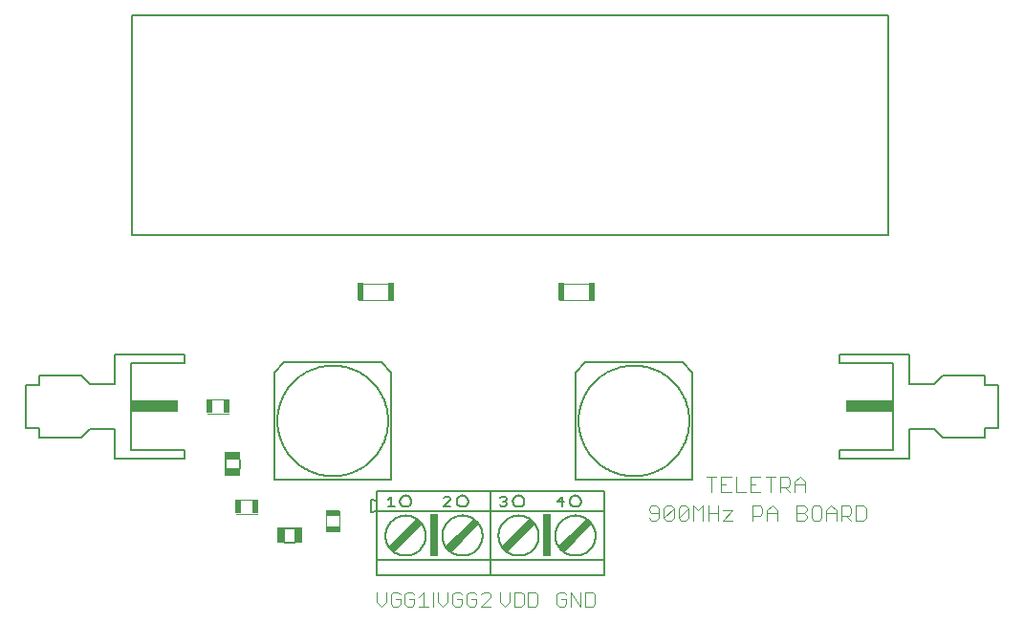
<source format=gto>
G75*
%MOIN*%
%OFA0B0*%
%FSLAX25Y25*%
%IPPOS*%
%LPD*%
%AMOC8*
5,1,8,0,0,1.08239X$1,22.5*
%
%ADD10C,0.00400*%
%ADD11R,0.01969X0.05118*%
%ADD12R,0.05118X0.01969*%
%ADD13R,0.01969X0.06299*%
%ADD14C,0.00800*%
%ADD15C,0.00600*%
%ADD16R,0.02559X0.05512*%
%ADD17R,0.05512X0.02559*%
%ADD18C,0.00500*%
%ADD19R,0.16043X0.03937*%
%ADD20C,0.02400*%
%ADD21R,0.03000X0.15000*%
D10*
X0074865Y0044438D02*
X0082148Y0044438D01*
X0082148Y0049162D02*
X0074865Y0049162D01*
X0106144Y0045442D02*
X0106144Y0038158D01*
X0110869Y0038158D02*
X0110869Y0045442D01*
X0123706Y0017004D02*
X0123706Y0013668D01*
X0125374Y0012000D01*
X0127042Y0013668D01*
X0127042Y0017004D01*
X0128679Y0016170D02*
X0128679Y0012834D01*
X0129513Y0012000D01*
X0131181Y0012000D01*
X0132015Y0012834D01*
X0132015Y0014502D01*
X0130347Y0014502D01*
X0132015Y0016170D02*
X0131181Y0017004D01*
X0129513Y0017004D01*
X0128679Y0016170D01*
X0133651Y0016170D02*
X0133651Y0012834D01*
X0134485Y0012000D01*
X0136153Y0012000D01*
X0136987Y0012834D01*
X0136987Y0014502D01*
X0135319Y0014502D01*
X0136987Y0016170D02*
X0136153Y0017004D01*
X0134485Y0017004D01*
X0133651Y0016170D01*
X0138623Y0015336D02*
X0140291Y0017004D01*
X0140291Y0012000D01*
X0138623Y0012000D02*
X0141959Y0012000D01*
X0143595Y0012000D02*
X0143595Y0017004D01*
X0145253Y0017004D02*
X0145253Y0013668D01*
X0146921Y0012000D01*
X0148589Y0013668D01*
X0148589Y0017004D01*
X0150225Y0016170D02*
X0150225Y0012834D01*
X0151059Y0012000D01*
X0152727Y0012000D01*
X0153561Y0012834D01*
X0153561Y0014502D01*
X0151893Y0014502D01*
X0150225Y0016170D02*
X0151059Y0017004D01*
X0152727Y0017004D01*
X0153561Y0016170D01*
X0155197Y0016170D02*
X0155197Y0012834D01*
X0156031Y0012000D01*
X0157699Y0012000D01*
X0158533Y0012834D01*
X0158533Y0014502D01*
X0156865Y0014502D01*
X0155197Y0016170D02*
X0156031Y0017004D01*
X0157699Y0017004D01*
X0158533Y0016170D01*
X0160169Y0016170D02*
X0161003Y0017004D01*
X0162672Y0017004D01*
X0163506Y0016170D01*
X0163506Y0015336D01*
X0160169Y0012000D01*
X0163506Y0012000D01*
X0166706Y0013668D02*
X0168374Y0012000D01*
X0170042Y0013668D01*
X0170042Y0017004D01*
X0171679Y0017004D02*
X0174181Y0017004D01*
X0175015Y0016170D01*
X0175015Y0012834D01*
X0174181Y0012000D01*
X0171679Y0012000D01*
X0171679Y0017004D01*
X0176651Y0017004D02*
X0179153Y0017004D01*
X0179987Y0016170D01*
X0179987Y0012834D01*
X0179153Y0012000D01*
X0176651Y0012000D01*
X0176651Y0017004D01*
X0166706Y0017004D02*
X0166706Y0013668D01*
X0186595Y0012834D02*
X0187429Y0012000D01*
X0189097Y0012000D01*
X0189931Y0012834D01*
X0189931Y0014502D01*
X0188263Y0014502D01*
X0186595Y0016170D02*
X0186595Y0012834D01*
X0186595Y0016170D02*
X0187429Y0017004D01*
X0189097Y0017004D01*
X0189931Y0016170D01*
X0191568Y0017004D02*
X0194904Y0012000D01*
X0194904Y0017004D01*
X0196540Y0017004D02*
X0199042Y0017004D01*
X0199876Y0016170D01*
X0199876Y0012834D01*
X0199042Y0012000D01*
X0196540Y0012000D01*
X0196540Y0017004D01*
X0191568Y0017004D02*
X0191568Y0012000D01*
X0219574Y0042000D02*
X0218706Y0042867D01*
X0219574Y0042000D02*
X0221309Y0042000D01*
X0222176Y0042867D01*
X0222176Y0046337D01*
X0221309Y0047204D01*
X0219574Y0047204D01*
X0218706Y0046337D01*
X0218706Y0045470D01*
X0219574Y0044602D01*
X0222176Y0044602D01*
X0223863Y0042867D02*
X0227332Y0046337D01*
X0227332Y0042867D01*
X0226465Y0042000D01*
X0224730Y0042000D01*
X0223863Y0042867D01*
X0223863Y0046337D01*
X0224730Y0047204D01*
X0226465Y0047204D01*
X0227332Y0046337D01*
X0229019Y0046337D02*
X0229886Y0047204D01*
X0231621Y0047204D01*
X0232489Y0046337D01*
X0229019Y0042867D01*
X0229886Y0042000D01*
X0231621Y0042000D01*
X0232489Y0042867D01*
X0232489Y0046337D01*
X0234175Y0047204D02*
X0235910Y0045470D01*
X0237645Y0047204D01*
X0237645Y0042000D01*
X0239332Y0042000D02*
X0239332Y0047204D01*
X0239332Y0044602D02*
X0242802Y0044602D01*
X0244488Y0045470D02*
X0247958Y0045470D01*
X0244488Y0042000D01*
X0247958Y0042000D01*
X0242802Y0042000D02*
X0242802Y0047204D01*
X0243863Y0052000D02*
X0247332Y0052000D01*
X0249019Y0052000D02*
X0252489Y0052000D01*
X0254175Y0052000D02*
X0257645Y0052000D01*
X0255910Y0054602D02*
X0254175Y0054602D01*
X0254175Y0057204D02*
X0254175Y0052000D01*
X0254801Y0047204D02*
X0257403Y0047204D01*
X0258271Y0046337D01*
X0258271Y0044602D01*
X0257403Y0043735D01*
X0254801Y0043735D01*
X0254801Y0042000D02*
X0254801Y0047204D01*
X0259957Y0045470D02*
X0259957Y0042000D01*
X0259957Y0044602D02*
X0263427Y0044602D01*
X0263427Y0045470D02*
X0263427Y0042000D01*
X0263427Y0045470D02*
X0261692Y0047204D01*
X0259957Y0045470D01*
X0261067Y0052000D02*
X0261067Y0057204D01*
X0259332Y0057204D02*
X0262802Y0057204D01*
X0264488Y0057204D02*
X0267091Y0057204D01*
X0267958Y0056337D01*
X0267958Y0054602D01*
X0267091Y0053735D01*
X0264488Y0053735D01*
X0264488Y0052000D02*
X0264488Y0057204D01*
X0269645Y0055470D02*
X0271379Y0057204D01*
X0273114Y0055470D01*
X0273114Y0052000D01*
X0273114Y0054602D02*
X0269645Y0054602D01*
X0269645Y0055470D02*
X0269645Y0052000D01*
X0267958Y0052000D02*
X0266223Y0053735D01*
X0257645Y0057204D02*
X0254175Y0057204D01*
X0249019Y0057204D02*
X0249019Y0052000D01*
X0245598Y0054602D02*
X0243863Y0054602D01*
X0243863Y0057204D02*
X0243863Y0052000D01*
X0240441Y0052000D02*
X0240441Y0057204D01*
X0238706Y0057204D02*
X0242176Y0057204D01*
X0243863Y0057204D02*
X0247332Y0057204D01*
X0234175Y0047204D02*
X0234175Y0042000D01*
X0229019Y0042867D02*
X0229019Y0046337D01*
X0270270Y0047204D02*
X0270270Y0042000D01*
X0272872Y0042000D01*
X0273740Y0042867D01*
X0273740Y0043735D01*
X0272872Y0044602D01*
X0270270Y0044602D01*
X0270270Y0047204D02*
X0272872Y0047204D01*
X0273740Y0046337D01*
X0273740Y0045470D01*
X0272872Y0044602D01*
X0275427Y0042867D02*
X0276294Y0042000D01*
X0278029Y0042000D01*
X0278896Y0042867D01*
X0278896Y0046337D01*
X0278029Y0047204D01*
X0276294Y0047204D01*
X0275427Y0046337D01*
X0275427Y0042867D01*
X0280583Y0042000D02*
X0280583Y0045470D01*
X0282318Y0047204D01*
X0284053Y0045470D01*
X0284053Y0042000D01*
X0285739Y0042000D02*
X0285739Y0047204D01*
X0288342Y0047204D01*
X0289209Y0046337D01*
X0289209Y0044602D01*
X0288342Y0043735D01*
X0285739Y0043735D01*
X0287474Y0043735D02*
X0289209Y0042000D01*
X0290896Y0042000D02*
X0293498Y0042000D01*
X0294365Y0042867D01*
X0294365Y0046337D01*
X0293498Y0047204D01*
X0290896Y0047204D01*
X0290896Y0042000D01*
X0284053Y0044602D02*
X0280583Y0044602D01*
X0199510Y0118847D02*
X0187502Y0118847D01*
X0187502Y0124753D02*
X0199510Y0124753D01*
X0129510Y0124753D02*
X0117502Y0124753D01*
X0117502Y0118847D02*
X0129510Y0118847D01*
X0072148Y0084162D02*
X0064865Y0084162D01*
X0064865Y0079438D02*
X0072148Y0079438D01*
D11*
X0071459Y0081800D03*
X0065554Y0081800D03*
X0075554Y0046800D03*
X0081459Y0046800D03*
D12*
X0108506Y0044753D03*
X0108506Y0038847D03*
D13*
X0118191Y0121800D03*
X0128821Y0121800D03*
X0188191Y0121800D03*
X0198821Y0121800D03*
D14*
X0196577Y0097272D02*
X0193034Y0093729D01*
X0193034Y0056328D01*
X0207601Y0056328D01*
X0219412Y0056328D01*
X0233979Y0056328D01*
X0233979Y0093729D01*
X0230435Y0097272D01*
X0219412Y0097272D01*
X0207601Y0097272D01*
X0196577Y0097272D01*
X0219608Y0095107D02*
X0220055Y0094952D01*
X0220497Y0094786D01*
X0220936Y0094609D01*
X0221370Y0094422D01*
X0221799Y0094224D01*
X0222223Y0094016D01*
X0222642Y0093797D01*
X0223055Y0093569D01*
X0223463Y0093330D01*
X0223865Y0093081D01*
X0224261Y0092822D01*
X0224650Y0092554D01*
X0225032Y0092276D01*
X0225408Y0091990D01*
X0225776Y0091694D01*
X0226137Y0091389D01*
X0226491Y0091075D01*
X0226836Y0090753D01*
X0227174Y0090422D01*
X0227503Y0090083D01*
X0227825Y0089736D01*
X0228137Y0089382D01*
X0228441Y0089020D01*
X0228736Y0088651D01*
X0229021Y0088274D01*
X0229298Y0087891D01*
X0229564Y0087501D01*
X0229822Y0087104D01*
X0230069Y0086701D01*
X0230307Y0086293D01*
X0230534Y0085879D01*
X0230751Y0085459D01*
X0230958Y0085034D01*
X0231154Y0084604D01*
X0231340Y0084170D01*
X0231515Y0083731D01*
X0231680Y0083288D01*
X0231833Y0082841D01*
X0231976Y0082390D01*
X0232107Y0081936D01*
X0232227Y0081479D01*
X0232336Y0081019D01*
X0232434Y0080557D01*
X0232520Y0080092D01*
X0232595Y0079625D01*
X0232658Y0079157D01*
X0232710Y0078687D01*
X0232751Y0078217D01*
X0232780Y0077745D01*
X0232797Y0077273D01*
X0232803Y0076800D01*
X0232797Y0076327D01*
X0232780Y0075855D01*
X0232751Y0075383D01*
X0232710Y0074913D01*
X0232658Y0074443D01*
X0232595Y0073975D01*
X0232520Y0073508D01*
X0232434Y0073043D01*
X0232336Y0072581D01*
X0232227Y0072121D01*
X0232107Y0071664D01*
X0231976Y0071210D01*
X0231833Y0070759D01*
X0231680Y0070312D01*
X0231515Y0069869D01*
X0231340Y0069430D01*
X0231154Y0068996D01*
X0230958Y0068566D01*
X0230751Y0068141D01*
X0230534Y0067721D01*
X0230307Y0067307D01*
X0230069Y0066899D01*
X0229822Y0066496D01*
X0229564Y0066099D01*
X0229298Y0065709D01*
X0229021Y0065326D01*
X0228736Y0064949D01*
X0228441Y0064580D01*
X0228137Y0064218D01*
X0227825Y0063864D01*
X0227503Y0063517D01*
X0227174Y0063178D01*
X0226836Y0062847D01*
X0226491Y0062525D01*
X0226137Y0062211D01*
X0225776Y0061906D01*
X0225408Y0061610D01*
X0225032Y0061324D01*
X0224650Y0061046D01*
X0224261Y0060778D01*
X0223865Y0060519D01*
X0223463Y0060270D01*
X0223055Y0060031D01*
X0222642Y0059803D01*
X0222223Y0059584D01*
X0221799Y0059376D01*
X0221370Y0059178D01*
X0220936Y0058991D01*
X0220497Y0058814D01*
X0220055Y0058648D01*
X0219608Y0058493D01*
X0219170Y0058353D01*
X0218729Y0058223D01*
X0218285Y0058104D01*
X0217838Y0057996D01*
X0217389Y0057898D01*
X0216937Y0057810D01*
X0216483Y0057734D01*
X0216028Y0057669D01*
X0215572Y0057614D01*
X0215114Y0057570D01*
X0214655Y0057537D01*
X0214196Y0057515D01*
X0213736Y0057504D01*
X0213276Y0057504D01*
X0212816Y0057515D01*
X0212357Y0057537D01*
X0211898Y0057570D01*
X0211440Y0057614D01*
X0210984Y0057669D01*
X0210529Y0057734D01*
X0210075Y0057810D01*
X0209623Y0057898D01*
X0209174Y0057996D01*
X0208727Y0058104D01*
X0208283Y0058223D01*
X0207842Y0058353D01*
X0207404Y0058493D01*
X0206957Y0058648D01*
X0206515Y0058814D01*
X0206076Y0058991D01*
X0205642Y0059178D01*
X0205213Y0059376D01*
X0204789Y0059584D01*
X0204370Y0059803D01*
X0203957Y0060031D01*
X0203549Y0060270D01*
X0203147Y0060519D01*
X0202751Y0060778D01*
X0202362Y0061046D01*
X0201980Y0061324D01*
X0201604Y0061610D01*
X0201236Y0061906D01*
X0200875Y0062211D01*
X0200521Y0062525D01*
X0200176Y0062847D01*
X0199838Y0063178D01*
X0199509Y0063517D01*
X0199187Y0063864D01*
X0198875Y0064218D01*
X0198571Y0064580D01*
X0198276Y0064949D01*
X0197991Y0065326D01*
X0197714Y0065709D01*
X0197448Y0066099D01*
X0197190Y0066496D01*
X0196943Y0066899D01*
X0196705Y0067307D01*
X0196478Y0067721D01*
X0196261Y0068141D01*
X0196054Y0068566D01*
X0195858Y0068996D01*
X0195672Y0069430D01*
X0195497Y0069869D01*
X0195332Y0070312D01*
X0195179Y0070759D01*
X0195036Y0071210D01*
X0194905Y0071664D01*
X0194785Y0072121D01*
X0194676Y0072581D01*
X0194578Y0073043D01*
X0194492Y0073508D01*
X0194417Y0073975D01*
X0194354Y0074443D01*
X0194302Y0074913D01*
X0194261Y0075383D01*
X0194232Y0075855D01*
X0194215Y0076327D01*
X0194209Y0076800D01*
X0194215Y0077273D01*
X0194232Y0077745D01*
X0194261Y0078217D01*
X0194302Y0078687D01*
X0194354Y0079157D01*
X0194417Y0079625D01*
X0194492Y0080092D01*
X0194578Y0080557D01*
X0194676Y0081019D01*
X0194785Y0081479D01*
X0194905Y0081936D01*
X0195036Y0082390D01*
X0195179Y0082841D01*
X0195332Y0083288D01*
X0195497Y0083731D01*
X0195672Y0084170D01*
X0195858Y0084604D01*
X0196054Y0085034D01*
X0196261Y0085459D01*
X0196478Y0085879D01*
X0196705Y0086293D01*
X0196943Y0086701D01*
X0197190Y0087104D01*
X0197448Y0087501D01*
X0197714Y0087891D01*
X0197991Y0088274D01*
X0198276Y0088651D01*
X0198571Y0089020D01*
X0198875Y0089382D01*
X0199187Y0089736D01*
X0199509Y0090083D01*
X0199838Y0090422D01*
X0200176Y0090753D01*
X0200521Y0091075D01*
X0200875Y0091389D01*
X0201236Y0091694D01*
X0201604Y0091990D01*
X0201980Y0092276D01*
X0202362Y0092554D01*
X0202751Y0092822D01*
X0203147Y0093081D01*
X0203549Y0093330D01*
X0203957Y0093569D01*
X0204370Y0093797D01*
X0204789Y0094016D01*
X0205213Y0094224D01*
X0205642Y0094422D01*
X0206076Y0094609D01*
X0206515Y0094786D01*
X0206957Y0094952D01*
X0207404Y0095107D01*
X0207842Y0095247D01*
X0208283Y0095377D01*
X0208727Y0095496D01*
X0209174Y0095604D01*
X0209623Y0095702D01*
X0210075Y0095790D01*
X0210529Y0095866D01*
X0210984Y0095931D01*
X0211440Y0095986D01*
X0211898Y0096030D01*
X0212357Y0096063D01*
X0212816Y0096085D01*
X0213276Y0096096D01*
X0213736Y0096096D01*
X0214196Y0096085D01*
X0214655Y0096063D01*
X0215114Y0096030D01*
X0215572Y0095986D01*
X0216028Y0095931D01*
X0216483Y0095866D01*
X0216937Y0095790D01*
X0217389Y0095702D01*
X0217838Y0095604D01*
X0218285Y0095496D01*
X0218729Y0095377D01*
X0219170Y0095247D01*
X0219608Y0095107D01*
X0285199Y0096957D02*
X0303900Y0096957D01*
X0303900Y0066643D01*
X0285199Y0066643D01*
X0285199Y0063493D01*
X0309609Y0063493D01*
X0303900Y0063493D01*
X0309609Y0063493D02*
X0309609Y0073926D01*
X0318073Y0073926D01*
X0321026Y0070973D01*
X0335987Y0070973D01*
X0335987Y0074320D01*
X0340613Y0074320D01*
X0340613Y0089280D01*
X0335987Y0089280D01*
X0335987Y0092627D01*
X0321026Y0092627D01*
X0318073Y0089674D01*
X0309609Y0089674D01*
X0309609Y0100107D01*
X0303900Y0100107D01*
X0309609Y0100107D02*
X0285199Y0100107D01*
X0285199Y0096957D01*
X0128979Y0093729D02*
X0128979Y0056328D01*
X0114412Y0056328D01*
X0102601Y0056328D01*
X0088034Y0056328D01*
X0088034Y0093729D01*
X0091577Y0097272D01*
X0102601Y0097272D01*
X0114412Y0097272D01*
X0125435Y0097272D01*
X0128979Y0093729D01*
X0102404Y0095107D02*
X0101957Y0094952D01*
X0101515Y0094786D01*
X0101076Y0094609D01*
X0100642Y0094422D01*
X0100213Y0094224D01*
X0099789Y0094016D01*
X0099370Y0093797D01*
X0098957Y0093569D01*
X0098549Y0093330D01*
X0098147Y0093081D01*
X0097751Y0092822D01*
X0097362Y0092554D01*
X0096980Y0092276D01*
X0096604Y0091990D01*
X0096236Y0091694D01*
X0095875Y0091389D01*
X0095521Y0091075D01*
X0095176Y0090753D01*
X0094838Y0090422D01*
X0094509Y0090083D01*
X0094187Y0089736D01*
X0093875Y0089382D01*
X0093571Y0089020D01*
X0093276Y0088651D01*
X0092991Y0088274D01*
X0092714Y0087891D01*
X0092448Y0087501D01*
X0092190Y0087104D01*
X0091943Y0086701D01*
X0091705Y0086293D01*
X0091478Y0085879D01*
X0091261Y0085459D01*
X0091054Y0085034D01*
X0090858Y0084604D01*
X0090672Y0084170D01*
X0090497Y0083731D01*
X0090332Y0083288D01*
X0090179Y0082841D01*
X0090036Y0082390D01*
X0089905Y0081936D01*
X0089785Y0081479D01*
X0089676Y0081019D01*
X0089578Y0080557D01*
X0089492Y0080092D01*
X0089417Y0079625D01*
X0089354Y0079157D01*
X0089302Y0078687D01*
X0089261Y0078217D01*
X0089232Y0077745D01*
X0089215Y0077273D01*
X0089209Y0076800D01*
X0089215Y0076327D01*
X0089232Y0075855D01*
X0089261Y0075383D01*
X0089302Y0074913D01*
X0089354Y0074443D01*
X0089417Y0073975D01*
X0089492Y0073508D01*
X0089578Y0073043D01*
X0089676Y0072581D01*
X0089785Y0072121D01*
X0089905Y0071664D01*
X0090036Y0071210D01*
X0090179Y0070759D01*
X0090332Y0070312D01*
X0090497Y0069869D01*
X0090672Y0069430D01*
X0090858Y0068996D01*
X0091054Y0068566D01*
X0091261Y0068141D01*
X0091478Y0067721D01*
X0091705Y0067307D01*
X0091943Y0066899D01*
X0092190Y0066496D01*
X0092448Y0066099D01*
X0092714Y0065709D01*
X0092991Y0065326D01*
X0093276Y0064949D01*
X0093571Y0064580D01*
X0093875Y0064218D01*
X0094187Y0063864D01*
X0094509Y0063517D01*
X0094838Y0063178D01*
X0095176Y0062847D01*
X0095521Y0062525D01*
X0095875Y0062211D01*
X0096236Y0061906D01*
X0096604Y0061610D01*
X0096980Y0061324D01*
X0097362Y0061046D01*
X0097751Y0060778D01*
X0098147Y0060519D01*
X0098549Y0060270D01*
X0098957Y0060031D01*
X0099370Y0059803D01*
X0099789Y0059584D01*
X0100213Y0059376D01*
X0100642Y0059178D01*
X0101076Y0058991D01*
X0101515Y0058814D01*
X0101957Y0058648D01*
X0102404Y0058493D01*
X0102842Y0058353D01*
X0103283Y0058223D01*
X0103727Y0058104D01*
X0104174Y0057996D01*
X0104623Y0057898D01*
X0105075Y0057810D01*
X0105529Y0057734D01*
X0105984Y0057669D01*
X0106440Y0057614D01*
X0106898Y0057570D01*
X0107357Y0057537D01*
X0107816Y0057515D01*
X0108276Y0057504D01*
X0108736Y0057504D01*
X0109196Y0057515D01*
X0109655Y0057537D01*
X0110114Y0057570D01*
X0110572Y0057614D01*
X0111028Y0057669D01*
X0111483Y0057734D01*
X0111937Y0057810D01*
X0112389Y0057898D01*
X0112838Y0057996D01*
X0113285Y0058104D01*
X0113729Y0058223D01*
X0114170Y0058353D01*
X0114608Y0058493D01*
X0115055Y0058648D01*
X0115497Y0058814D01*
X0115936Y0058991D01*
X0116370Y0059178D01*
X0116799Y0059376D01*
X0117223Y0059584D01*
X0117642Y0059803D01*
X0118055Y0060031D01*
X0118463Y0060270D01*
X0118865Y0060519D01*
X0119261Y0060778D01*
X0119650Y0061046D01*
X0120032Y0061324D01*
X0120408Y0061610D01*
X0120776Y0061906D01*
X0121137Y0062211D01*
X0121491Y0062525D01*
X0121836Y0062847D01*
X0122174Y0063178D01*
X0122503Y0063517D01*
X0122825Y0063864D01*
X0123137Y0064218D01*
X0123441Y0064580D01*
X0123736Y0064949D01*
X0124021Y0065326D01*
X0124298Y0065709D01*
X0124564Y0066099D01*
X0124822Y0066496D01*
X0125069Y0066899D01*
X0125307Y0067307D01*
X0125534Y0067721D01*
X0125751Y0068141D01*
X0125958Y0068566D01*
X0126154Y0068996D01*
X0126340Y0069430D01*
X0126515Y0069869D01*
X0126680Y0070312D01*
X0126833Y0070759D01*
X0126976Y0071210D01*
X0127107Y0071664D01*
X0127227Y0072121D01*
X0127336Y0072581D01*
X0127434Y0073043D01*
X0127520Y0073508D01*
X0127595Y0073975D01*
X0127658Y0074443D01*
X0127710Y0074913D01*
X0127751Y0075383D01*
X0127780Y0075855D01*
X0127797Y0076327D01*
X0127803Y0076800D01*
X0127797Y0077273D01*
X0127780Y0077745D01*
X0127751Y0078217D01*
X0127710Y0078687D01*
X0127658Y0079157D01*
X0127595Y0079625D01*
X0127520Y0080092D01*
X0127434Y0080557D01*
X0127336Y0081019D01*
X0127227Y0081479D01*
X0127107Y0081936D01*
X0126976Y0082390D01*
X0126833Y0082841D01*
X0126680Y0083288D01*
X0126515Y0083731D01*
X0126340Y0084170D01*
X0126154Y0084604D01*
X0125958Y0085034D01*
X0125751Y0085459D01*
X0125534Y0085879D01*
X0125307Y0086293D01*
X0125069Y0086701D01*
X0124822Y0087104D01*
X0124564Y0087501D01*
X0124298Y0087891D01*
X0124021Y0088274D01*
X0123736Y0088651D01*
X0123441Y0089020D01*
X0123137Y0089382D01*
X0122825Y0089736D01*
X0122503Y0090083D01*
X0122174Y0090422D01*
X0121836Y0090753D01*
X0121491Y0091075D01*
X0121137Y0091389D01*
X0120776Y0091694D01*
X0120408Y0091990D01*
X0120032Y0092276D01*
X0119650Y0092554D01*
X0119261Y0092822D01*
X0118865Y0093081D01*
X0118463Y0093330D01*
X0118055Y0093569D01*
X0117642Y0093797D01*
X0117223Y0094016D01*
X0116799Y0094224D01*
X0116370Y0094422D01*
X0115936Y0094609D01*
X0115497Y0094786D01*
X0115055Y0094952D01*
X0114608Y0095107D01*
X0114170Y0095247D01*
X0113729Y0095377D01*
X0113285Y0095496D01*
X0112838Y0095604D01*
X0112389Y0095702D01*
X0111937Y0095790D01*
X0111483Y0095866D01*
X0111028Y0095931D01*
X0110572Y0095986D01*
X0110114Y0096030D01*
X0109655Y0096063D01*
X0109196Y0096085D01*
X0108736Y0096096D01*
X0108276Y0096096D01*
X0107816Y0096085D01*
X0107357Y0096063D01*
X0106898Y0096030D01*
X0106440Y0095986D01*
X0105984Y0095931D01*
X0105529Y0095866D01*
X0105075Y0095790D01*
X0104623Y0095702D01*
X0104174Y0095604D01*
X0103727Y0095496D01*
X0103283Y0095377D01*
X0102842Y0095247D01*
X0102404Y0095107D01*
X0056813Y0096957D02*
X0056813Y0100107D01*
X0032404Y0100107D01*
X0038113Y0100107D01*
X0038113Y0096957D02*
X0056813Y0096957D01*
X0038113Y0096957D02*
X0038113Y0066643D01*
X0056813Y0066643D01*
X0056813Y0063493D01*
X0032404Y0063493D01*
X0038113Y0063493D01*
X0032404Y0063493D02*
X0032404Y0073926D01*
X0023939Y0073926D01*
X0020987Y0070973D01*
X0006026Y0070973D01*
X0006026Y0074320D01*
X0001400Y0074320D01*
X0001400Y0089280D01*
X0006026Y0089280D01*
X0006026Y0092627D01*
X0020987Y0092627D01*
X0023939Y0089674D01*
X0032404Y0089674D01*
X0032404Y0100107D01*
D15*
X0071006Y0063414D02*
X0071006Y0060186D01*
X0076006Y0060186D02*
X0076006Y0063414D01*
X0091892Y0039300D02*
X0095120Y0039300D01*
X0095120Y0034300D02*
X0091892Y0034300D01*
X0121806Y0044800D02*
X0123806Y0045300D01*
X0123806Y0028300D01*
X0163506Y0028300D01*
X0163506Y0045300D01*
X0203206Y0045300D01*
X0203206Y0028300D01*
X0203206Y0022800D01*
X0163506Y0022800D01*
X0163506Y0028300D01*
X0203206Y0028300D01*
X0186106Y0036800D02*
X0186108Y0036972D01*
X0186114Y0037143D01*
X0186125Y0037315D01*
X0186140Y0037486D01*
X0186159Y0037657D01*
X0186182Y0037827D01*
X0186209Y0037997D01*
X0186241Y0038166D01*
X0186276Y0038334D01*
X0186316Y0038501D01*
X0186360Y0038667D01*
X0186407Y0038832D01*
X0186459Y0038996D01*
X0186515Y0039158D01*
X0186575Y0039319D01*
X0186639Y0039479D01*
X0186707Y0039637D01*
X0186778Y0039793D01*
X0186853Y0039947D01*
X0186933Y0040100D01*
X0187015Y0040250D01*
X0187102Y0040399D01*
X0187192Y0040545D01*
X0187286Y0040689D01*
X0187383Y0040831D01*
X0187484Y0040970D01*
X0187588Y0041107D01*
X0187695Y0041241D01*
X0187806Y0041372D01*
X0187919Y0041501D01*
X0188036Y0041627D01*
X0188156Y0041750D01*
X0188279Y0041870D01*
X0188405Y0041987D01*
X0188534Y0042100D01*
X0188665Y0042211D01*
X0188799Y0042318D01*
X0188936Y0042422D01*
X0189075Y0042523D01*
X0189217Y0042620D01*
X0189361Y0042714D01*
X0189507Y0042804D01*
X0189656Y0042891D01*
X0189806Y0042973D01*
X0189959Y0043053D01*
X0190113Y0043128D01*
X0190269Y0043199D01*
X0190427Y0043267D01*
X0190587Y0043331D01*
X0190748Y0043391D01*
X0190910Y0043447D01*
X0191074Y0043499D01*
X0191239Y0043546D01*
X0191405Y0043590D01*
X0191572Y0043630D01*
X0191740Y0043665D01*
X0191909Y0043697D01*
X0192079Y0043724D01*
X0192249Y0043747D01*
X0192420Y0043766D01*
X0192591Y0043781D01*
X0192763Y0043792D01*
X0192934Y0043798D01*
X0193106Y0043800D01*
X0193278Y0043798D01*
X0193449Y0043792D01*
X0193621Y0043781D01*
X0193792Y0043766D01*
X0193963Y0043747D01*
X0194133Y0043724D01*
X0194303Y0043697D01*
X0194472Y0043665D01*
X0194640Y0043630D01*
X0194807Y0043590D01*
X0194973Y0043546D01*
X0195138Y0043499D01*
X0195302Y0043447D01*
X0195464Y0043391D01*
X0195625Y0043331D01*
X0195785Y0043267D01*
X0195943Y0043199D01*
X0196099Y0043128D01*
X0196253Y0043053D01*
X0196406Y0042973D01*
X0196556Y0042891D01*
X0196705Y0042804D01*
X0196851Y0042714D01*
X0196995Y0042620D01*
X0197137Y0042523D01*
X0197276Y0042422D01*
X0197413Y0042318D01*
X0197547Y0042211D01*
X0197678Y0042100D01*
X0197807Y0041987D01*
X0197933Y0041870D01*
X0198056Y0041750D01*
X0198176Y0041627D01*
X0198293Y0041501D01*
X0198406Y0041372D01*
X0198517Y0041241D01*
X0198624Y0041107D01*
X0198728Y0040970D01*
X0198829Y0040831D01*
X0198926Y0040689D01*
X0199020Y0040545D01*
X0199110Y0040399D01*
X0199197Y0040250D01*
X0199279Y0040100D01*
X0199359Y0039947D01*
X0199434Y0039793D01*
X0199505Y0039637D01*
X0199573Y0039479D01*
X0199637Y0039319D01*
X0199697Y0039158D01*
X0199753Y0038996D01*
X0199805Y0038832D01*
X0199852Y0038667D01*
X0199896Y0038501D01*
X0199936Y0038334D01*
X0199971Y0038166D01*
X0200003Y0037997D01*
X0200030Y0037827D01*
X0200053Y0037657D01*
X0200072Y0037486D01*
X0200087Y0037315D01*
X0200098Y0037143D01*
X0200104Y0036972D01*
X0200106Y0036800D01*
X0200104Y0036628D01*
X0200098Y0036457D01*
X0200087Y0036285D01*
X0200072Y0036114D01*
X0200053Y0035943D01*
X0200030Y0035773D01*
X0200003Y0035603D01*
X0199971Y0035434D01*
X0199936Y0035266D01*
X0199896Y0035099D01*
X0199852Y0034933D01*
X0199805Y0034768D01*
X0199753Y0034604D01*
X0199697Y0034442D01*
X0199637Y0034281D01*
X0199573Y0034121D01*
X0199505Y0033963D01*
X0199434Y0033807D01*
X0199359Y0033653D01*
X0199279Y0033500D01*
X0199197Y0033350D01*
X0199110Y0033201D01*
X0199020Y0033055D01*
X0198926Y0032911D01*
X0198829Y0032769D01*
X0198728Y0032630D01*
X0198624Y0032493D01*
X0198517Y0032359D01*
X0198406Y0032228D01*
X0198293Y0032099D01*
X0198176Y0031973D01*
X0198056Y0031850D01*
X0197933Y0031730D01*
X0197807Y0031613D01*
X0197678Y0031500D01*
X0197547Y0031389D01*
X0197413Y0031282D01*
X0197276Y0031178D01*
X0197137Y0031077D01*
X0196995Y0030980D01*
X0196851Y0030886D01*
X0196705Y0030796D01*
X0196556Y0030709D01*
X0196406Y0030627D01*
X0196253Y0030547D01*
X0196099Y0030472D01*
X0195943Y0030401D01*
X0195785Y0030333D01*
X0195625Y0030269D01*
X0195464Y0030209D01*
X0195302Y0030153D01*
X0195138Y0030101D01*
X0194973Y0030054D01*
X0194807Y0030010D01*
X0194640Y0029970D01*
X0194472Y0029935D01*
X0194303Y0029903D01*
X0194133Y0029876D01*
X0193963Y0029853D01*
X0193792Y0029834D01*
X0193621Y0029819D01*
X0193449Y0029808D01*
X0193278Y0029802D01*
X0193106Y0029800D01*
X0192934Y0029802D01*
X0192763Y0029808D01*
X0192591Y0029819D01*
X0192420Y0029834D01*
X0192249Y0029853D01*
X0192079Y0029876D01*
X0191909Y0029903D01*
X0191740Y0029935D01*
X0191572Y0029970D01*
X0191405Y0030010D01*
X0191239Y0030054D01*
X0191074Y0030101D01*
X0190910Y0030153D01*
X0190748Y0030209D01*
X0190587Y0030269D01*
X0190427Y0030333D01*
X0190269Y0030401D01*
X0190113Y0030472D01*
X0189959Y0030547D01*
X0189806Y0030627D01*
X0189656Y0030709D01*
X0189507Y0030796D01*
X0189361Y0030886D01*
X0189217Y0030980D01*
X0189075Y0031077D01*
X0188936Y0031178D01*
X0188799Y0031282D01*
X0188665Y0031389D01*
X0188534Y0031500D01*
X0188405Y0031613D01*
X0188279Y0031730D01*
X0188156Y0031850D01*
X0188036Y0031973D01*
X0187919Y0032099D01*
X0187806Y0032228D01*
X0187695Y0032359D01*
X0187588Y0032493D01*
X0187484Y0032630D01*
X0187383Y0032769D01*
X0187286Y0032911D01*
X0187192Y0033055D01*
X0187102Y0033201D01*
X0187015Y0033350D01*
X0186933Y0033500D01*
X0186853Y0033653D01*
X0186778Y0033807D01*
X0186707Y0033963D01*
X0186639Y0034121D01*
X0186575Y0034281D01*
X0186515Y0034442D01*
X0186459Y0034604D01*
X0186407Y0034768D01*
X0186360Y0034933D01*
X0186316Y0035099D01*
X0186276Y0035266D01*
X0186241Y0035434D01*
X0186209Y0035603D01*
X0186182Y0035773D01*
X0186159Y0035943D01*
X0186140Y0036114D01*
X0186125Y0036285D01*
X0186114Y0036457D01*
X0186108Y0036628D01*
X0186106Y0036800D01*
X0187606Y0032800D02*
X0189106Y0031300D01*
X0198606Y0040800D01*
X0197106Y0042300D01*
X0187606Y0032800D01*
X0178806Y0040800D02*
X0177306Y0042300D01*
X0167806Y0032800D01*
X0169306Y0031300D01*
X0178806Y0040800D01*
X0166306Y0036800D02*
X0166308Y0036972D01*
X0166314Y0037143D01*
X0166325Y0037315D01*
X0166340Y0037486D01*
X0166359Y0037657D01*
X0166382Y0037827D01*
X0166409Y0037997D01*
X0166441Y0038166D01*
X0166476Y0038334D01*
X0166516Y0038501D01*
X0166560Y0038667D01*
X0166607Y0038832D01*
X0166659Y0038996D01*
X0166715Y0039158D01*
X0166775Y0039319D01*
X0166839Y0039479D01*
X0166907Y0039637D01*
X0166978Y0039793D01*
X0167053Y0039947D01*
X0167133Y0040100D01*
X0167215Y0040250D01*
X0167302Y0040399D01*
X0167392Y0040545D01*
X0167486Y0040689D01*
X0167583Y0040831D01*
X0167684Y0040970D01*
X0167788Y0041107D01*
X0167895Y0041241D01*
X0168006Y0041372D01*
X0168119Y0041501D01*
X0168236Y0041627D01*
X0168356Y0041750D01*
X0168479Y0041870D01*
X0168605Y0041987D01*
X0168734Y0042100D01*
X0168865Y0042211D01*
X0168999Y0042318D01*
X0169136Y0042422D01*
X0169275Y0042523D01*
X0169417Y0042620D01*
X0169561Y0042714D01*
X0169707Y0042804D01*
X0169856Y0042891D01*
X0170006Y0042973D01*
X0170159Y0043053D01*
X0170313Y0043128D01*
X0170469Y0043199D01*
X0170627Y0043267D01*
X0170787Y0043331D01*
X0170948Y0043391D01*
X0171110Y0043447D01*
X0171274Y0043499D01*
X0171439Y0043546D01*
X0171605Y0043590D01*
X0171772Y0043630D01*
X0171940Y0043665D01*
X0172109Y0043697D01*
X0172279Y0043724D01*
X0172449Y0043747D01*
X0172620Y0043766D01*
X0172791Y0043781D01*
X0172963Y0043792D01*
X0173134Y0043798D01*
X0173306Y0043800D01*
X0173478Y0043798D01*
X0173649Y0043792D01*
X0173821Y0043781D01*
X0173992Y0043766D01*
X0174163Y0043747D01*
X0174333Y0043724D01*
X0174503Y0043697D01*
X0174672Y0043665D01*
X0174840Y0043630D01*
X0175007Y0043590D01*
X0175173Y0043546D01*
X0175338Y0043499D01*
X0175502Y0043447D01*
X0175664Y0043391D01*
X0175825Y0043331D01*
X0175985Y0043267D01*
X0176143Y0043199D01*
X0176299Y0043128D01*
X0176453Y0043053D01*
X0176606Y0042973D01*
X0176756Y0042891D01*
X0176905Y0042804D01*
X0177051Y0042714D01*
X0177195Y0042620D01*
X0177337Y0042523D01*
X0177476Y0042422D01*
X0177613Y0042318D01*
X0177747Y0042211D01*
X0177878Y0042100D01*
X0178007Y0041987D01*
X0178133Y0041870D01*
X0178256Y0041750D01*
X0178376Y0041627D01*
X0178493Y0041501D01*
X0178606Y0041372D01*
X0178717Y0041241D01*
X0178824Y0041107D01*
X0178928Y0040970D01*
X0179029Y0040831D01*
X0179126Y0040689D01*
X0179220Y0040545D01*
X0179310Y0040399D01*
X0179397Y0040250D01*
X0179479Y0040100D01*
X0179559Y0039947D01*
X0179634Y0039793D01*
X0179705Y0039637D01*
X0179773Y0039479D01*
X0179837Y0039319D01*
X0179897Y0039158D01*
X0179953Y0038996D01*
X0180005Y0038832D01*
X0180052Y0038667D01*
X0180096Y0038501D01*
X0180136Y0038334D01*
X0180171Y0038166D01*
X0180203Y0037997D01*
X0180230Y0037827D01*
X0180253Y0037657D01*
X0180272Y0037486D01*
X0180287Y0037315D01*
X0180298Y0037143D01*
X0180304Y0036972D01*
X0180306Y0036800D01*
X0180304Y0036628D01*
X0180298Y0036457D01*
X0180287Y0036285D01*
X0180272Y0036114D01*
X0180253Y0035943D01*
X0180230Y0035773D01*
X0180203Y0035603D01*
X0180171Y0035434D01*
X0180136Y0035266D01*
X0180096Y0035099D01*
X0180052Y0034933D01*
X0180005Y0034768D01*
X0179953Y0034604D01*
X0179897Y0034442D01*
X0179837Y0034281D01*
X0179773Y0034121D01*
X0179705Y0033963D01*
X0179634Y0033807D01*
X0179559Y0033653D01*
X0179479Y0033500D01*
X0179397Y0033350D01*
X0179310Y0033201D01*
X0179220Y0033055D01*
X0179126Y0032911D01*
X0179029Y0032769D01*
X0178928Y0032630D01*
X0178824Y0032493D01*
X0178717Y0032359D01*
X0178606Y0032228D01*
X0178493Y0032099D01*
X0178376Y0031973D01*
X0178256Y0031850D01*
X0178133Y0031730D01*
X0178007Y0031613D01*
X0177878Y0031500D01*
X0177747Y0031389D01*
X0177613Y0031282D01*
X0177476Y0031178D01*
X0177337Y0031077D01*
X0177195Y0030980D01*
X0177051Y0030886D01*
X0176905Y0030796D01*
X0176756Y0030709D01*
X0176606Y0030627D01*
X0176453Y0030547D01*
X0176299Y0030472D01*
X0176143Y0030401D01*
X0175985Y0030333D01*
X0175825Y0030269D01*
X0175664Y0030209D01*
X0175502Y0030153D01*
X0175338Y0030101D01*
X0175173Y0030054D01*
X0175007Y0030010D01*
X0174840Y0029970D01*
X0174672Y0029935D01*
X0174503Y0029903D01*
X0174333Y0029876D01*
X0174163Y0029853D01*
X0173992Y0029834D01*
X0173821Y0029819D01*
X0173649Y0029808D01*
X0173478Y0029802D01*
X0173306Y0029800D01*
X0173134Y0029802D01*
X0172963Y0029808D01*
X0172791Y0029819D01*
X0172620Y0029834D01*
X0172449Y0029853D01*
X0172279Y0029876D01*
X0172109Y0029903D01*
X0171940Y0029935D01*
X0171772Y0029970D01*
X0171605Y0030010D01*
X0171439Y0030054D01*
X0171274Y0030101D01*
X0171110Y0030153D01*
X0170948Y0030209D01*
X0170787Y0030269D01*
X0170627Y0030333D01*
X0170469Y0030401D01*
X0170313Y0030472D01*
X0170159Y0030547D01*
X0170006Y0030627D01*
X0169856Y0030709D01*
X0169707Y0030796D01*
X0169561Y0030886D01*
X0169417Y0030980D01*
X0169275Y0031077D01*
X0169136Y0031178D01*
X0168999Y0031282D01*
X0168865Y0031389D01*
X0168734Y0031500D01*
X0168605Y0031613D01*
X0168479Y0031730D01*
X0168356Y0031850D01*
X0168236Y0031973D01*
X0168119Y0032099D01*
X0168006Y0032228D01*
X0167895Y0032359D01*
X0167788Y0032493D01*
X0167684Y0032630D01*
X0167583Y0032769D01*
X0167486Y0032911D01*
X0167392Y0033055D01*
X0167302Y0033201D01*
X0167215Y0033350D01*
X0167133Y0033500D01*
X0167053Y0033653D01*
X0166978Y0033807D01*
X0166907Y0033963D01*
X0166839Y0034121D01*
X0166775Y0034281D01*
X0166715Y0034442D01*
X0166659Y0034604D01*
X0166607Y0034768D01*
X0166560Y0034933D01*
X0166516Y0035099D01*
X0166476Y0035266D01*
X0166441Y0035434D01*
X0166409Y0035603D01*
X0166382Y0035773D01*
X0166359Y0035943D01*
X0166340Y0036114D01*
X0166325Y0036285D01*
X0166314Y0036457D01*
X0166308Y0036628D01*
X0166306Y0036800D01*
X0159206Y0040800D02*
X0157706Y0042300D01*
X0148206Y0032800D01*
X0149706Y0031300D01*
X0159206Y0040800D01*
X0163506Y0045300D02*
X0163506Y0052300D01*
X0123806Y0052300D01*
X0123806Y0048800D01*
X0123806Y0045300D01*
X0163506Y0045300D01*
X0163506Y0052300D02*
X0203206Y0052300D01*
X0203206Y0045300D01*
X0191106Y0048800D02*
X0191108Y0048889D01*
X0191114Y0048978D01*
X0191124Y0049067D01*
X0191138Y0049155D01*
X0191155Y0049242D01*
X0191177Y0049328D01*
X0191203Y0049414D01*
X0191232Y0049498D01*
X0191265Y0049581D01*
X0191301Y0049662D01*
X0191342Y0049742D01*
X0191385Y0049819D01*
X0191432Y0049895D01*
X0191483Y0049968D01*
X0191536Y0050039D01*
X0191593Y0050108D01*
X0191653Y0050174D01*
X0191716Y0050238D01*
X0191781Y0050298D01*
X0191849Y0050356D01*
X0191920Y0050410D01*
X0191993Y0050461D01*
X0192068Y0050509D01*
X0192145Y0050554D01*
X0192224Y0050595D01*
X0192305Y0050632D01*
X0192387Y0050666D01*
X0192471Y0050697D01*
X0192556Y0050723D01*
X0192642Y0050746D01*
X0192729Y0050764D01*
X0192817Y0050779D01*
X0192906Y0050790D01*
X0192995Y0050797D01*
X0193084Y0050800D01*
X0193173Y0050799D01*
X0193262Y0050794D01*
X0193350Y0050785D01*
X0193439Y0050772D01*
X0193526Y0050755D01*
X0193613Y0050735D01*
X0193699Y0050710D01*
X0193783Y0050682D01*
X0193866Y0050650D01*
X0193948Y0050614D01*
X0194028Y0050575D01*
X0194106Y0050532D01*
X0194182Y0050486D01*
X0194256Y0050436D01*
X0194328Y0050383D01*
X0194397Y0050327D01*
X0194464Y0050268D01*
X0194528Y0050206D01*
X0194589Y0050142D01*
X0194648Y0050074D01*
X0194703Y0050004D01*
X0194755Y0049932D01*
X0194804Y0049857D01*
X0194849Y0049781D01*
X0194891Y0049702D01*
X0194929Y0049622D01*
X0194964Y0049540D01*
X0194995Y0049456D01*
X0195023Y0049371D01*
X0195046Y0049285D01*
X0195066Y0049198D01*
X0195082Y0049111D01*
X0195094Y0049022D01*
X0195102Y0048934D01*
X0195106Y0048845D01*
X0195106Y0048755D01*
X0195102Y0048666D01*
X0195094Y0048578D01*
X0195082Y0048489D01*
X0195066Y0048402D01*
X0195046Y0048315D01*
X0195023Y0048229D01*
X0194995Y0048144D01*
X0194964Y0048060D01*
X0194929Y0047978D01*
X0194891Y0047898D01*
X0194849Y0047819D01*
X0194804Y0047743D01*
X0194755Y0047668D01*
X0194703Y0047596D01*
X0194648Y0047526D01*
X0194589Y0047458D01*
X0194528Y0047394D01*
X0194464Y0047332D01*
X0194397Y0047273D01*
X0194328Y0047217D01*
X0194256Y0047164D01*
X0194182Y0047114D01*
X0194106Y0047068D01*
X0194028Y0047025D01*
X0193948Y0046986D01*
X0193866Y0046950D01*
X0193783Y0046918D01*
X0193699Y0046890D01*
X0193613Y0046865D01*
X0193526Y0046845D01*
X0193439Y0046828D01*
X0193350Y0046815D01*
X0193262Y0046806D01*
X0193173Y0046801D01*
X0193084Y0046800D01*
X0192995Y0046803D01*
X0192906Y0046810D01*
X0192817Y0046821D01*
X0192729Y0046836D01*
X0192642Y0046854D01*
X0192556Y0046877D01*
X0192471Y0046903D01*
X0192387Y0046934D01*
X0192305Y0046968D01*
X0192224Y0047005D01*
X0192145Y0047046D01*
X0192068Y0047091D01*
X0191993Y0047139D01*
X0191920Y0047190D01*
X0191849Y0047244D01*
X0191781Y0047302D01*
X0191716Y0047362D01*
X0191653Y0047426D01*
X0191593Y0047492D01*
X0191536Y0047561D01*
X0191483Y0047632D01*
X0191432Y0047705D01*
X0191385Y0047781D01*
X0191342Y0047858D01*
X0191301Y0047938D01*
X0191265Y0048019D01*
X0191232Y0048102D01*
X0191203Y0048186D01*
X0191177Y0048272D01*
X0191155Y0048358D01*
X0191138Y0048445D01*
X0191124Y0048533D01*
X0191114Y0048622D01*
X0191108Y0048711D01*
X0191106Y0048800D01*
X0171306Y0048800D02*
X0171308Y0048889D01*
X0171314Y0048978D01*
X0171324Y0049067D01*
X0171338Y0049155D01*
X0171355Y0049242D01*
X0171377Y0049328D01*
X0171403Y0049414D01*
X0171432Y0049498D01*
X0171465Y0049581D01*
X0171501Y0049662D01*
X0171542Y0049742D01*
X0171585Y0049819D01*
X0171632Y0049895D01*
X0171683Y0049968D01*
X0171736Y0050039D01*
X0171793Y0050108D01*
X0171853Y0050174D01*
X0171916Y0050238D01*
X0171981Y0050298D01*
X0172049Y0050356D01*
X0172120Y0050410D01*
X0172193Y0050461D01*
X0172268Y0050509D01*
X0172345Y0050554D01*
X0172424Y0050595D01*
X0172505Y0050632D01*
X0172587Y0050666D01*
X0172671Y0050697D01*
X0172756Y0050723D01*
X0172842Y0050746D01*
X0172929Y0050764D01*
X0173017Y0050779D01*
X0173106Y0050790D01*
X0173195Y0050797D01*
X0173284Y0050800D01*
X0173373Y0050799D01*
X0173462Y0050794D01*
X0173550Y0050785D01*
X0173639Y0050772D01*
X0173726Y0050755D01*
X0173813Y0050735D01*
X0173899Y0050710D01*
X0173983Y0050682D01*
X0174066Y0050650D01*
X0174148Y0050614D01*
X0174228Y0050575D01*
X0174306Y0050532D01*
X0174382Y0050486D01*
X0174456Y0050436D01*
X0174528Y0050383D01*
X0174597Y0050327D01*
X0174664Y0050268D01*
X0174728Y0050206D01*
X0174789Y0050142D01*
X0174848Y0050074D01*
X0174903Y0050004D01*
X0174955Y0049932D01*
X0175004Y0049857D01*
X0175049Y0049781D01*
X0175091Y0049702D01*
X0175129Y0049622D01*
X0175164Y0049540D01*
X0175195Y0049456D01*
X0175223Y0049371D01*
X0175246Y0049285D01*
X0175266Y0049198D01*
X0175282Y0049111D01*
X0175294Y0049022D01*
X0175302Y0048934D01*
X0175306Y0048845D01*
X0175306Y0048755D01*
X0175302Y0048666D01*
X0175294Y0048578D01*
X0175282Y0048489D01*
X0175266Y0048402D01*
X0175246Y0048315D01*
X0175223Y0048229D01*
X0175195Y0048144D01*
X0175164Y0048060D01*
X0175129Y0047978D01*
X0175091Y0047898D01*
X0175049Y0047819D01*
X0175004Y0047743D01*
X0174955Y0047668D01*
X0174903Y0047596D01*
X0174848Y0047526D01*
X0174789Y0047458D01*
X0174728Y0047394D01*
X0174664Y0047332D01*
X0174597Y0047273D01*
X0174528Y0047217D01*
X0174456Y0047164D01*
X0174382Y0047114D01*
X0174306Y0047068D01*
X0174228Y0047025D01*
X0174148Y0046986D01*
X0174066Y0046950D01*
X0173983Y0046918D01*
X0173899Y0046890D01*
X0173813Y0046865D01*
X0173726Y0046845D01*
X0173639Y0046828D01*
X0173550Y0046815D01*
X0173462Y0046806D01*
X0173373Y0046801D01*
X0173284Y0046800D01*
X0173195Y0046803D01*
X0173106Y0046810D01*
X0173017Y0046821D01*
X0172929Y0046836D01*
X0172842Y0046854D01*
X0172756Y0046877D01*
X0172671Y0046903D01*
X0172587Y0046934D01*
X0172505Y0046968D01*
X0172424Y0047005D01*
X0172345Y0047046D01*
X0172268Y0047091D01*
X0172193Y0047139D01*
X0172120Y0047190D01*
X0172049Y0047244D01*
X0171981Y0047302D01*
X0171916Y0047362D01*
X0171853Y0047426D01*
X0171793Y0047492D01*
X0171736Y0047561D01*
X0171683Y0047632D01*
X0171632Y0047705D01*
X0171585Y0047781D01*
X0171542Y0047858D01*
X0171501Y0047938D01*
X0171465Y0048019D01*
X0171432Y0048102D01*
X0171403Y0048186D01*
X0171377Y0048272D01*
X0171355Y0048358D01*
X0171338Y0048445D01*
X0171324Y0048533D01*
X0171314Y0048622D01*
X0171308Y0048711D01*
X0171306Y0048800D01*
X0151706Y0048800D02*
X0151708Y0048889D01*
X0151714Y0048978D01*
X0151724Y0049067D01*
X0151738Y0049155D01*
X0151755Y0049242D01*
X0151777Y0049328D01*
X0151803Y0049414D01*
X0151832Y0049498D01*
X0151865Y0049581D01*
X0151901Y0049662D01*
X0151942Y0049742D01*
X0151985Y0049819D01*
X0152032Y0049895D01*
X0152083Y0049968D01*
X0152136Y0050039D01*
X0152193Y0050108D01*
X0152253Y0050174D01*
X0152316Y0050238D01*
X0152381Y0050298D01*
X0152449Y0050356D01*
X0152520Y0050410D01*
X0152593Y0050461D01*
X0152668Y0050509D01*
X0152745Y0050554D01*
X0152824Y0050595D01*
X0152905Y0050632D01*
X0152987Y0050666D01*
X0153071Y0050697D01*
X0153156Y0050723D01*
X0153242Y0050746D01*
X0153329Y0050764D01*
X0153417Y0050779D01*
X0153506Y0050790D01*
X0153595Y0050797D01*
X0153684Y0050800D01*
X0153773Y0050799D01*
X0153862Y0050794D01*
X0153950Y0050785D01*
X0154039Y0050772D01*
X0154126Y0050755D01*
X0154213Y0050735D01*
X0154299Y0050710D01*
X0154383Y0050682D01*
X0154466Y0050650D01*
X0154548Y0050614D01*
X0154628Y0050575D01*
X0154706Y0050532D01*
X0154782Y0050486D01*
X0154856Y0050436D01*
X0154928Y0050383D01*
X0154997Y0050327D01*
X0155064Y0050268D01*
X0155128Y0050206D01*
X0155189Y0050142D01*
X0155248Y0050074D01*
X0155303Y0050004D01*
X0155355Y0049932D01*
X0155404Y0049857D01*
X0155449Y0049781D01*
X0155491Y0049702D01*
X0155529Y0049622D01*
X0155564Y0049540D01*
X0155595Y0049456D01*
X0155623Y0049371D01*
X0155646Y0049285D01*
X0155666Y0049198D01*
X0155682Y0049111D01*
X0155694Y0049022D01*
X0155702Y0048934D01*
X0155706Y0048845D01*
X0155706Y0048755D01*
X0155702Y0048666D01*
X0155694Y0048578D01*
X0155682Y0048489D01*
X0155666Y0048402D01*
X0155646Y0048315D01*
X0155623Y0048229D01*
X0155595Y0048144D01*
X0155564Y0048060D01*
X0155529Y0047978D01*
X0155491Y0047898D01*
X0155449Y0047819D01*
X0155404Y0047743D01*
X0155355Y0047668D01*
X0155303Y0047596D01*
X0155248Y0047526D01*
X0155189Y0047458D01*
X0155128Y0047394D01*
X0155064Y0047332D01*
X0154997Y0047273D01*
X0154928Y0047217D01*
X0154856Y0047164D01*
X0154782Y0047114D01*
X0154706Y0047068D01*
X0154628Y0047025D01*
X0154548Y0046986D01*
X0154466Y0046950D01*
X0154383Y0046918D01*
X0154299Y0046890D01*
X0154213Y0046865D01*
X0154126Y0046845D01*
X0154039Y0046828D01*
X0153950Y0046815D01*
X0153862Y0046806D01*
X0153773Y0046801D01*
X0153684Y0046800D01*
X0153595Y0046803D01*
X0153506Y0046810D01*
X0153417Y0046821D01*
X0153329Y0046836D01*
X0153242Y0046854D01*
X0153156Y0046877D01*
X0153071Y0046903D01*
X0152987Y0046934D01*
X0152905Y0046968D01*
X0152824Y0047005D01*
X0152745Y0047046D01*
X0152668Y0047091D01*
X0152593Y0047139D01*
X0152520Y0047190D01*
X0152449Y0047244D01*
X0152381Y0047302D01*
X0152316Y0047362D01*
X0152253Y0047426D01*
X0152193Y0047492D01*
X0152136Y0047561D01*
X0152083Y0047632D01*
X0152032Y0047705D01*
X0151985Y0047781D01*
X0151942Y0047858D01*
X0151901Y0047938D01*
X0151865Y0048019D01*
X0151832Y0048102D01*
X0151803Y0048186D01*
X0151777Y0048272D01*
X0151755Y0048358D01*
X0151738Y0048445D01*
X0151724Y0048533D01*
X0151714Y0048622D01*
X0151708Y0048711D01*
X0151706Y0048800D01*
X0139406Y0040800D02*
X0137906Y0042300D01*
X0128406Y0032800D01*
X0129906Y0031300D01*
X0139406Y0040800D01*
X0126906Y0036800D02*
X0126908Y0036972D01*
X0126914Y0037143D01*
X0126925Y0037315D01*
X0126940Y0037486D01*
X0126959Y0037657D01*
X0126982Y0037827D01*
X0127009Y0037997D01*
X0127041Y0038166D01*
X0127076Y0038334D01*
X0127116Y0038501D01*
X0127160Y0038667D01*
X0127207Y0038832D01*
X0127259Y0038996D01*
X0127315Y0039158D01*
X0127375Y0039319D01*
X0127439Y0039479D01*
X0127507Y0039637D01*
X0127578Y0039793D01*
X0127653Y0039947D01*
X0127733Y0040100D01*
X0127815Y0040250D01*
X0127902Y0040399D01*
X0127992Y0040545D01*
X0128086Y0040689D01*
X0128183Y0040831D01*
X0128284Y0040970D01*
X0128388Y0041107D01*
X0128495Y0041241D01*
X0128606Y0041372D01*
X0128719Y0041501D01*
X0128836Y0041627D01*
X0128956Y0041750D01*
X0129079Y0041870D01*
X0129205Y0041987D01*
X0129334Y0042100D01*
X0129465Y0042211D01*
X0129599Y0042318D01*
X0129736Y0042422D01*
X0129875Y0042523D01*
X0130017Y0042620D01*
X0130161Y0042714D01*
X0130307Y0042804D01*
X0130456Y0042891D01*
X0130606Y0042973D01*
X0130759Y0043053D01*
X0130913Y0043128D01*
X0131069Y0043199D01*
X0131227Y0043267D01*
X0131387Y0043331D01*
X0131548Y0043391D01*
X0131710Y0043447D01*
X0131874Y0043499D01*
X0132039Y0043546D01*
X0132205Y0043590D01*
X0132372Y0043630D01*
X0132540Y0043665D01*
X0132709Y0043697D01*
X0132879Y0043724D01*
X0133049Y0043747D01*
X0133220Y0043766D01*
X0133391Y0043781D01*
X0133563Y0043792D01*
X0133734Y0043798D01*
X0133906Y0043800D01*
X0134078Y0043798D01*
X0134249Y0043792D01*
X0134421Y0043781D01*
X0134592Y0043766D01*
X0134763Y0043747D01*
X0134933Y0043724D01*
X0135103Y0043697D01*
X0135272Y0043665D01*
X0135440Y0043630D01*
X0135607Y0043590D01*
X0135773Y0043546D01*
X0135938Y0043499D01*
X0136102Y0043447D01*
X0136264Y0043391D01*
X0136425Y0043331D01*
X0136585Y0043267D01*
X0136743Y0043199D01*
X0136899Y0043128D01*
X0137053Y0043053D01*
X0137206Y0042973D01*
X0137356Y0042891D01*
X0137505Y0042804D01*
X0137651Y0042714D01*
X0137795Y0042620D01*
X0137937Y0042523D01*
X0138076Y0042422D01*
X0138213Y0042318D01*
X0138347Y0042211D01*
X0138478Y0042100D01*
X0138607Y0041987D01*
X0138733Y0041870D01*
X0138856Y0041750D01*
X0138976Y0041627D01*
X0139093Y0041501D01*
X0139206Y0041372D01*
X0139317Y0041241D01*
X0139424Y0041107D01*
X0139528Y0040970D01*
X0139629Y0040831D01*
X0139726Y0040689D01*
X0139820Y0040545D01*
X0139910Y0040399D01*
X0139997Y0040250D01*
X0140079Y0040100D01*
X0140159Y0039947D01*
X0140234Y0039793D01*
X0140305Y0039637D01*
X0140373Y0039479D01*
X0140437Y0039319D01*
X0140497Y0039158D01*
X0140553Y0038996D01*
X0140605Y0038832D01*
X0140652Y0038667D01*
X0140696Y0038501D01*
X0140736Y0038334D01*
X0140771Y0038166D01*
X0140803Y0037997D01*
X0140830Y0037827D01*
X0140853Y0037657D01*
X0140872Y0037486D01*
X0140887Y0037315D01*
X0140898Y0037143D01*
X0140904Y0036972D01*
X0140906Y0036800D01*
X0140904Y0036628D01*
X0140898Y0036457D01*
X0140887Y0036285D01*
X0140872Y0036114D01*
X0140853Y0035943D01*
X0140830Y0035773D01*
X0140803Y0035603D01*
X0140771Y0035434D01*
X0140736Y0035266D01*
X0140696Y0035099D01*
X0140652Y0034933D01*
X0140605Y0034768D01*
X0140553Y0034604D01*
X0140497Y0034442D01*
X0140437Y0034281D01*
X0140373Y0034121D01*
X0140305Y0033963D01*
X0140234Y0033807D01*
X0140159Y0033653D01*
X0140079Y0033500D01*
X0139997Y0033350D01*
X0139910Y0033201D01*
X0139820Y0033055D01*
X0139726Y0032911D01*
X0139629Y0032769D01*
X0139528Y0032630D01*
X0139424Y0032493D01*
X0139317Y0032359D01*
X0139206Y0032228D01*
X0139093Y0032099D01*
X0138976Y0031973D01*
X0138856Y0031850D01*
X0138733Y0031730D01*
X0138607Y0031613D01*
X0138478Y0031500D01*
X0138347Y0031389D01*
X0138213Y0031282D01*
X0138076Y0031178D01*
X0137937Y0031077D01*
X0137795Y0030980D01*
X0137651Y0030886D01*
X0137505Y0030796D01*
X0137356Y0030709D01*
X0137206Y0030627D01*
X0137053Y0030547D01*
X0136899Y0030472D01*
X0136743Y0030401D01*
X0136585Y0030333D01*
X0136425Y0030269D01*
X0136264Y0030209D01*
X0136102Y0030153D01*
X0135938Y0030101D01*
X0135773Y0030054D01*
X0135607Y0030010D01*
X0135440Y0029970D01*
X0135272Y0029935D01*
X0135103Y0029903D01*
X0134933Y0029876D01*
X0134763Y0029853D01*
X0134592Y0029834D01*
X0134421Y0029819D01*
X0134249Y0029808D01*
X0134078Y0029802D01*
X0133906Y0029800D01*
X0133734Y0029802D01*
X0133563Y0029808D01*
X0133391Y0029819D01*
X0133220Y0029834D01*
X0133049Y0029853D01*
X0132879Y0029876D01*
X0132709Y0029903D01*
X0132540Y0029935D01*
X0132372Y0029970D01*
X0132205Y0030010D01*
X0132039Y0030054D01*
X0131874Y0030101D01*
X0131710Y0030153D01*
X0131548Y0030209D01*
X0131387Y0030269D01*
X0131227Y0030333D01*
X0131069Y0030401D01*
X0130913Y0030472D01*
X0130759Y0030547D01*
X0130606Y0030627D01*
X0130456Y0030709D01*
X0130307Y0030796D01*
X0130161Y0030886D01*
X0130017Y0030980D01*
X0129875Y0031077D01*
X0129736Y0031178D01*
X0129599Y0031282D01*
X0129465Y0031389D01*
X0129334Y0031500D01*
X0129205Y0031613D01*
X0129079Y0031730D01*
X0128956Y0031850D01*
X0128836Y0031973D01*
X0128719Y0032099D01*
X0128606Y0032228D01*
X0128495Y0032359D01*
X0128388Y0032493D01*
X0128284Y0032630D01*
X0128183Y0032769D01*
X0128086Y0032911D01*
X0127992Y0033055D01*
X0127902Y0033201D01*
X0127815Y0033350D01*
X0127733Y0033500D01*
X0127653Y0033653D01*
X0127578Y0033807D01*
X0127507Y0033963D01*
X0127439Y0034121D01*
X0127375Y0034281D01*
X0127315Y0034442D01*
X0127259Y0034604D01*
X0127207Y0034768D01*
X0127160Y0034933D01*
X0127116Y0035099D01*
X0127076Y0035266D01*
X0127041Y0035434D01*
X0127009Y0035603D01*
X0126982Y0035773D01*
X0126959Y0035943D01*
X0126940Y0036114D01*
X0126925Y0036285D01*
X0126914Y0036457D01*
X0126908Y0036628D01*
X0126906Y0036800D01*
X0123806Y0028300D02*
X0123806Y0022800D01*
X0163506Y0022800D01*
X0146706Y0036800D02*
X0146708Y0036972D01*
X0146714Y0037143D01*
X0146725Y0037315D01*
X0146740Y0037486D01*
X0146759Y0037657D01*
X0146782Y0037827D01*
X0146809Y0037997D01*
X0146841Y0038166D01*
X0146876Y0038334D01*
X0146916Y0038501D01*
X0146960Y0038667D01*
X0147007Y0038832D01*
X0147059Y0038996D01*
X0147115Y0039158D01*
X0147175Y0039319D01*
X0147239Y0039479D01*
X0147307Y0039637D01*
X0147378Y0039793D01*
X0147453Y0039947D01*
X0147533Y0040100D01*
X0147615Y0040250D01*
X0147702Y0040399D01*
X0147792Y0040545D01*
X0147886Y0040689D01*
X0147983Y0040831D01*
X0148084Y0040970D01*
X0148188Y0041107D01*
X0148295Y0041241D01*
X0148406Y0041372D01*
X0148519Y0041501D01*
X0148636Y0041627D01*
X0148756Y0041750D01*
X0148879Y0041870D01*
X0149005Y0041987D01*
X0149134Y0042100D01*
X0149265Y0042211D01*
X0149399Y0042318D01*
X0149536Y0042422D01*
X0149675Y0042523D01*
X0149817Y0042620D01*
X0149961Y0042714D01*
X0150107Y0042804D01*
X0150256Y0042891D01*
X0150406Y0042973D01*
X0150559Y0043053D01*
X0150713Y0043128D01*
X0150869Y0043199D01*
X0151027Y0043267D01*
X0151187Y0043331D01*
X0151348Y0043391D01*
X0151510Y0043447D01*
X0151674Y0043499D01*
X0151839Y0043546D01*
X0152005Y0043590D01*
X0152172Y0043630D01*
X0152340Y0043665D01*
X0152509Y0043697D01*
X0152679Y0043724D01*
X0152849Y0043747D01*
X0153020Y0043766D01*
X0153191Y0043781D01*
X0153363Y0043792D01*
X0153534Y0043798D01*
X0153706Y0043800D01*
X0153878Y0043798D01*
X0154049Y0043792D01*
X0154221Y0043781D01*
X0154392Y0043766D01*
X0154563Y0043747D01*
X0154733Y0043724D01*
X0154903Y0043697D01*
X0155072Y0043665D01*
X0155240Y0043630D01*
X0155407Y0043590D01*
X0155573Y0043546D01*
X0155738Y0043499D01*
X0155902Y0043447D01*
X0156064Y0043391D01*
X0156225Y0043331D01*
X0156385Y0043267D01*
X0156543Y0043199D01*
X0156699Y0043128D01*
X0156853Y0043053D01*
X0157006Y0042973D01*
X0157156Y0042891D01*
X0157305Y0042804D01*
X0157451Y0042714D01*
X0157595Y0042620D01*
X0157737Y0042523D01*
X0157876Y0042422D01*
X0158013Y0042318D01*
X0158147Y0042211D01*
X0158278Y0042100D01*
X0158407Y0041987D01*
X0158533Y0041870D01*
X0158656Y0041750D01*
X0158776Y0041627D01*
X0158893Y0041501D01*
X0159006Y0041372D01*
X0159117Y0041241D01*
X0159224Y0041107D01*
X0159328Y0040970D01*
X0159429Y0040831D01*
X0159526Y0040689D01*
X0159620Y0040545D01*
X0159710Y0040399D01*
X0159797Y0040250D01*
X0159879Y0040100D01*
X0159959Y0039947D01*
X0160034Y0039793D01*
X0160105Y0039637D01*
X0160173Y0039479D01*
X0160237Y0039319D01*
X0160297Y0039158D01*
X0160353Y0038996D01*
X0160405Y0038832D01*
X0160452Y0038667D01*
X0160496Y0038501D01*
X0160536Y0038334D01*
X0160571Y0038166D01*
X0160603Y0037997D01*
X0160630Y0037827D01*
X0160653Y0037657D01*
X0160672Y0037486D01*
X0160687Y0037315D01*
X0160698Y0037143D01*
X0160704Y0036972D01*
X0160706Y0036800D01*
X0160704Y0036628D01*
X0160698Y0036457D01*
X0160687Y0036285D01*
X0160672Y0036114D01*
X0160653Y0035943D01*
X0160630Y0035773D01*
X0160603Y0035603D01*
X0160571Y0035434D01*
X0160536Y0035266D01*
X0160496Y0035099D01*
X0160452Y0034933D01*
X0160405Y0034768D01*
X0160353Y0034604D01*
X0160297Y0034442D01*
X0160237Y0034281D01*
X0160173Y0034121D01*
X0160105Y0033963D01*
X0160034Y0033807D01*
X0159959Y0033653D01*
X0159879Y0033500D01*
X0159797Y0033350D01*
X0159710Y0033201D01*
X0159620Y0033055D01*
X0159526Y0032911D01*
X0159429Y0032769D01*
X0159328Y0032630D01*
X0159224Y0032493D01*
X0159117Y0032359D01*
X0159006Y0032228D01*
X0158893Y0032099D01*
X0158776Y0031973D01*
X0158656Y0031850D01*
X0158533Y0031730D01*
X0158407Y0031613D01*
X0158278Y0031500D01*
X0158147Y0031389D01*
X0158013Y0031282D01*
X0157876Y0031178D01*
X0157737Y0031077D01*
X0157595Y0030980D01*
X0157451Y0030886D01*
X0157305Y0030796D01*
X0157156Y0030709D01*
X0157006Y0030627D01*
X0156853Y0030547D01*
X0156699Y0030472D01*
X0156543Y0030401D01*
X0156385Y0030333D01*
X0156225Y0030269D01*
X0156064Y0030209D01*
X0155902Y0030153D01*
X0155738Y0030101D01*
X0155573Y0030054D01*
X0155407Y0030010D01*
X0155240Y0029970D01*
X0155072Y0029935D01*
X0154903Y0029903D01*
X0154733Y0029876D01*
X0154563Y0029853D01*
X0154392Y0029834D01*
X0154221Y0029819D01*
X0154049Y0029808D01*
X0153878Y0029802D01*
X0153706Y0029800D01*
X0153534Y0029802D01*
X0153363Y0029808D01*
X0153191Y0029819D01*
X0153020Y0029834D01*
X0152849Y0029853D01*
X0152679Y0029876D01*
X0152509Y0029903D01*
X0152340Y0029935D01*
X0152172Y0029970D01*
X0152005Y0030010D01*
X0151839Y0030054D01*
X0151674Y0030101D01*
X0151510Y0030153D01*
X0151348Y0030209D01*
X0151187Y0030269D01*
X0151027Y0030333D01*
X0150869Y0030401D01*
X0150713Y0030472D01*
X0150559Y0030547D01*
X0150406Y0030627D01*
X0150256Y0030709D01*
X0150107Y0030796D01*
X0149961Y0030886D01*
X0149817Y0030980D01*
X0149675Y0031077D01*
X0149536Y0031178D01*
X0149399Y0031282D01*
X0149265Y0031389D01*
X0149134Y0031500D01*
X0149005Y0031613D01*
X0148879Y0031730D01*
X0148756Y0031850D01*
X0148636Y0031973D01*
X0148519Y0032099D01*
X0148406Y0032228D01*
X0148295Y0032359D01*
X0148188Y0032493D01*
X0148084Y0032630D01*
X0147983Y0032769D01*
X0147886Y0032911D01*
X0147792Y0033055D01*
X0147702Y0033201D01*
X0147615Y0033350D01*
X0147533Y0033500D01*
X0147453Y0033653D01*
X0147378Y0033807D01*
X0147307Y0033963D01*
X0147239Y0034121D01*
X0147175Y0034281D01*
X0147115Y0034442D01*
X0147059Y0034604D01*
X0147007Y0034768D01*
X0146960Y0034933D01*
X0146916Y0035099D01*
X0146876Y0035266D01*
X0146841Y0035434D01*
X0146809Y0035603D01*
X0146782Y0035773D01*
X0146759Y0035943D01*
X0146740Y0036114D01*
X0146725Y0036285D01*
X0146714Y0036457D01*
X0146708Y0036628D01*
X0146706Y0036800D01*
X0131906Y0048800D02*
X0131908Y0048889D01*
X0131914Y0048978D01*
X0131924Y0049067D01*
X0131938Y0049155D01*
X0131955Y0049242D01*
X0131977Y0049328D01*
X0132003Y0049414D01*
X0132032Y0049498D01*
X0132065Y0049581D01*
X0132101Y0049662D01*
X0132142Y0049742D01*
X0132185Y0049819D01*
X0132232Y0049895D01*
X0132283Y0049968D01*
X0132336Y0050039D01*
X0132393Y0050108D01*
X0132453Y0050174D01*
X0132516Y0050238D01*
X0132581Y0050298D01*
X0132649Y0050356D01*
X0132720Y0050410D01*
X0132793Y0050461D01*
X0132868Y0050509D01*
X0132945Y0050554D01*
X0133024Y0050595D01*
X0133105Y0050632D01*
X0133187Y0050666D01*
X0133271Y0050697D01*
X0133356Y0050723D01*
X0133442Y0050746D01*
X0133529Y0050764D01*
X0133617Y0050779D01*
X0133706Y0050790D01*
X0133795Y0050797D01*
X0133884Y0050800D01*
X0133973Y0050799D01*
X0134062Y0050794D01*
X0134150Y0050785D01*
X0134239Y0050772D01*
X0134326Y0050755D01*
X0134413Y0050735D01*
X0134499Y0050710D01*
X0134583Y0050682D01*
X0134666Y0050650D01*
X0134748Y0050614D01*
X0134828Y0050575D01*
X0134906Y0050532D01*
X0134982Y0050486D01*
X0135056Y0050436D01*
X0135128Y0050383D01*
X0135197Y0050327D01*
X0135264Y0050268D01*
X0135328Y0050206D01*
X0135389Y0050142D01*
X0135448Y0050074D01*
X0135503Y0050004D01*
X0135555Y0049932D01*
X0135604Y0049857D01*
X0135649Y0049781D01*
X0135691Y0049702D01*
X0135729Y0049622D01*
X0135764Y0049540D01*
X0135795Y0049456D01*
X0135823Y0049371D01*
X0135846Y0049285D01*
X0135866Y0049198D01*
X0135882Y0049111D01*
X0135894Y0049022D01*
X0135902Y0048934D01*
X0135906Y0048845D01*
X0135906Y0048755D01*
X0135902Y0048666D01*
X0135894Y0048578D01*
X0135882Y0048489D01*
X0135866Y0048402D01*
X0135846Y0048315D01*
X0135823Y0048229D01*
X0135795Y0048144D01*
X0135764Y0048060D01*
X0135729Y0047978D01*
X0135691Y0047898D01*
X0135649Y0047819D01*
X0135604Y0047743D01*
X0135555Y0047668D01*
X0135503Y0047596D01*
X0135448Y0047526D01*
X0135389Y0047458D01*
X0135328Y0047394D01*
X0135264Y0047332D01*
X0135197Y0047273D01*
X0135128Y0047217D01*
X0135056Y0047164D01*
X0134982Y0047114D01*
X0134906Y0047068D01*
X0134828Y0047025D01*
X0134748Y0046986D01*
X0134666Y0046950D01*
X0134583Y0046918D01*
X0134499Y0046890D01*
X0134413Y0046865D01*
X0134326Y0046845D01*
X0134239Y0046828D01*
X0134150Y0046815D01*
X0134062Y0046806D01*
X0133973Y0046801D01*
X0133884Y0046800D01*
X0133795Y0046803D01*
X0133706Y0046810D01*
X0133617Y0046821D01*
X0133529Y0046836D01*
X0133442Y0046854D01*
X0133356Y0046877D01*
X0133271Y0046903D01*
X0133187Y0046934D01*
X0133105Y0046968D01*
X0133024Y0047005D01*
X0132945Y0047046D01*
X0132868Y0047091D01*
X0132793Y0047139D01*
X0132720Y0047190D01*
X0132649Y0047244D01*
X0132581Y0047302D01*
X0132516Y0047362D01*
X0132453Y0047426D01*
X0132393Y0047492D01*
X0132336Y0047561D01*
X0132283Y0047632D01*
X0132232Y0047705D01*
X0132185Y0047781D01*
X0132142Y0047858D01*
X0132101Y0047938D01*
X0132065Y0048019D01*
X0132032Y0048102D01*
X0132003Y0048186D01*
X0131977Y0048272D01*
X0131955Y0048358D01*
X0131938Y0048445D01*
X0131924Y0048533D01*
X0131914Y0048622D01*
X0131908Y0048711D01*
X0131906Y0048800D01*
X0123806Y0048800D02*
X0121806Y0049300D01*
X0121806Y0044800D01*
D16*
X0096386Y0036806D03*
X0090586Y0036806D03*
D17*
X0073512Y0058920D03*
X0073512Y0064720D03*
D18*
X0127756Y0049319D02*
X0128891Y0050453D01*
X0128891Y0047050D01*
X0130025Y0047050D02*
X0127756Y0047050D01*
X0147256Y0047050D02*
X0149525Y0049319D01*
X0149525Y0049886D01*
X0148958Y0050453D01*
X0147823Y0050453D01*
X0147256Y0049886D01*
X0147256Y0047050D02*
X0149525Y0047050D01*
X0166756Y0047617D02*
X0167323Y0047050D01*
X0168458Y0047050D01*
X0169025Y0047617D01*
X0169025Y0048184D01*
X0168458Y0048751D01*
X0167891Y0048751D01*
X0168458Y0048751D02*
X0169025Y0049319D01*
X0169025Y0049886D01*
X0168458Y0050453D01*
X0167323Y0050453D01*
X0166756Y0049886D01*
X0186756Y0048751D02*
X0189025Y0048751D01*
X0188458Y0047050D02*
X0188458Y0050453D01*
X0186756Y0048751D01*
X0302286Y0141485D02*
X0302286Y0218257D01*
X0038506Y0218257D01*
X0038506Y0141485D01*
X0302286Y0141485D01*
D19*
X0295583Y0081800D03*
X0046430Y0081800D03*
D20*
X0129906Y0032800D02*
X0137906Y0040800D01*
X0149706Y0032800D02*
X0157706Y0040800D01*
X0169306Y0032800D02*
X0177306Y0040800D01*
X0189106Y0032800D02*
X0197106Y0040800D01*
D21*
X0183206Y0036800D03*
X0143806Y0036800D03*
M02*

</source>
